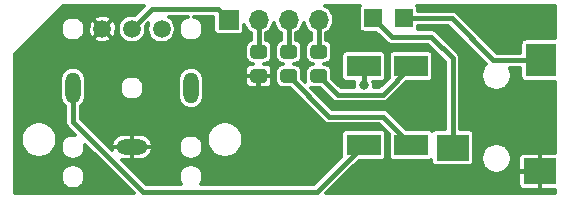
<source format=gbr>
%TF.GenerationSoftware,KiCad,Pcbnew,(5.1.6)-1*%
%TF.CreationDate,2024-02-19T11:36:57-05:00*%
%TF.ProjectId,GB-DMG-Pro-Headphone-PCB,47422d44-4d47-42d5-9072-6f2d48656164,0*%
%TF.SameCoordinates,Original*%
%TF.FileFunction,Copper,L1,Top*%
%TF.FilePolarity,Positive*%
%FSLAX46Y46*%
G04 Gerber Fmt 4.6, Leading zero omitted, Abs format (unit mm)*
G04 Created by KiCad (PCBNEW (5.1.6)-1) date 2024-02-19 11:36:57*
%MOMM*%
%LPD*%
G01*
G04 APERTURE LIST*
%TA.AperFunction,SMDPad,CuDef*%
%ADD10R,2.900000X1.800000*%
%TD*%
%TA.AperFunction,ComponentPad*%
%ADD11R,1.700000X1.700000*%
%TD*%
%TA.AperFunction,ComponentPad*%
%ADD12O,1.700000X1.700000*%
%TD*%
%TA.AperFunction,ComponentPad*%
%ADD13O,2.616000X1.308000*%
%TD*%
%TA.AperFunction,ComponentPad*%
%ADD14C,1.508000*%
%TD*%
%TA.AperFunction,ComponentPad*%
%ADD15O,1.308000X2.616000*%
%TD*%
%TA.AperFunction,SMDPad,CuDef*%
%ADD16R,2.800000X2.200000*%
%TD*%
%TA.AperFunction,SMDPad,CuDef*%
%ADD17R,2.600000X2.800000*%
%TD*%
%TA.AperFunction,ComponentPad*%
%ADD18R,1.500000X1.500000*%
%TD*%
%TA.AperFunction,ViaPad*%
%ADD19C,0.800000*%
%TD*%
%TA.AperFunction,Conductor*%
%ADD20C,0.400000*%
%TD*%
%TA.AperFunction,Conductor*%
%ADD21C,0.300000*%
%TD*%
G04 APERTURE END LIST*
D10*
%TO.P,C1,2*%
%TO.N,LEFT*%
X156972500Y-103060500D03*
%TO.P,C1,1*%
%TO.N,Net-(C1-Pad1)*%
X160972500Y-103060500D03*
%TD*%
%TO.P,C2,1*%
%TO.N,Net-(C2-Pad1)*%
X160972000Y-109728000D03*
%TO.P,C2,2*%
%TO.N,RIGHT*%
X156972000Y-109728000D03*
%TD*%
D11*
%TO.P,J1,1*%
%TO.N,DETECT*%
X145542000Y-99123500D03*
D12*
%TO.P,J1,2*%
%TO.N,Net-(J1-Pad2)*%
X148082000Y-99123500D03*
%TO.P,J1,3*%
%TO.N,Net-(J1-Pad3)*%
X150622000Y-99123500D03*
%TO.P,J1,4*%
%TO.N,Net-(J1-Pad4)*%
X153162000Y-99123500D03*
%TD*%
D13*
%TO.P,J2,1*%
%TO.N,GND*%
X137350500Y-109902000D03*
D14*
%TO.P,J2,4*%
X134850500Y-99902000D03*
%TO.P,J2,5*%
%TO.N,DETECT*%
X137350500Y-99902000D03*
%TO.P,J2,6*%
%TO.N,N/C*%
X139850500Y-99902000D03*
D15*
%TO.P,J2,2*%
%TO.N,LEFT*%
X142350500Y-104902000D03*
%TO.P,J2,3*%
%TO.N,RIGHT*%
X132350500Y-104902000D03*
%TD*%
%TO.P,L1,2*%
%TO.N,Net-(C1-Pad1)*%
%TA.AperFunction,SMDPad,CuDef*%
G36*
G01*
X152711999Y-103311000D02*
X153612001Y-103311000D01*
G75*
G02*
X153862000Y-103560999I0J-249999D01*
G01*
X153862000Y-104211001D01*
G75*
G02*
X153612001Y-104461000I-249999J0D01*
G01*
X152711999Y-104461000D01*
G75*
G02*
X152462000Y-104211001I0J249999D01*
G01*
X152462000Y-103560999D01*
G75*
G02*
X152711999Y-103311000I249999J0D01*
G01*
G37*
%TD.AperFunction*%
%TO.P,L1,1*%
%TO.N,Net-(J1-Pad4)*%
%TA.AperFunction,SMDPad,CuDef*%
G36*
G01*
X152711999Y-101261000D02*
X153612001Y-101261000D01*
G75*
G02*
X153862000Y-101510999I0J-249999D01*
G01*
X153862000Y-102161001D01*
G75*
G02*
X153612001Y-102411000I-249999J0D01*
G01*
X152711999Y-102411000D01*
G75*
G02*
X152462000Y-102161001I0J249999D01*
G01*
X152462000Y-101510999D01*
G75*
G02*
X152711999Y-101261000I249999J0D01*
G01*
G37*
%TD.AperFunction*%
%TD*%
%TO.P,L2,1*%
%TO.N,Net-(J1-Pad3)*%
%TA.AperFunction,SMDPad,CuDef*%
G36*
G01*
X150171999Y-101261000D02*
X151072001Y-101261000D01*
G75*
G02*
X151322000Y-101510999I0J-249999D01*
G01*
X151322000Y-102161001D01*
G75*
G02*
X151072001Y-102411000I-249999J0D01*
G01*
X150171999Y-102411000D01*
G75*
G02*
X149922000Y-102161001I0J249999D01*
G01*
X149922000Y-101510999D01*
G75*
G02*
X150171999Y-101261000I249999J0D01*
G01*
G37*
%TD.AperFunction*%
%TO.P,L2,2*%
%TO.N,Net-(C2-Pad1)*%
%TA.AperFunction,SMDPad,CuDef*%
G36*
G01*
X150171999Y-103311000D02*
X151072001Y-103311000D01*
G75*
G02*
X151322000Y-103560999I0J-249999D01*
G01*
X151322000Y-104211001D01*
G75*
G02*
X151072001Y-104461000I-249999J0D01*
G01*
X150171999Y-104461000D01*
G75*
G02*
X149922000Y-104211001I0J249999D01*
G01*
X149922000Y-103560999D01*
G75*
G02*
X150171999Y-103311000I249999J0D01*
G01*
G37*
%TD.AperFunction*%
%TD*%
%TO.P,L3,1*%
%TO.N,Net-(J1-Pad2)*%
%TA.AperFunction,SMDPad,CuDef*%
G36*
G01*
X147631999Y-101261000D02*
X148532001Y-101261000D01*
G75*
G02*
X148782000Y-101510999I0J-249999D01*
G01*
X148782000Y-102161001D01*
G75*
G02*
X148532001Y-102411000I-249999J0D01*
G01*
X147631999Y-102411000D01*
G75*
G02*
X147382000Y-102161001I0J249999D01*
G01*
X147382000Y-101510999D01*
G75*
G02*
X147631999Y-101261000I249999J0D01*
G01*
G37*
%TD.AperFunction*%
%TO.P,L3,2*%
%TO.N,GND*%
%TA.AperFunction,SMDPad,CuDef*%
G36*
G01*
X147631999Y-103311000D02*
X148532001Y-103311000D01*
G75*
G02*
X148782000Y-103560999I0J-249999D01*
G01*
X148782000Y-104211001D01*
G75*
G02*
X148532001Y-104461000I-249999J0D01*
G01*
X147631999Y-104461000D01*
G75*
G02*
X147382000Y-104211001I0J249999D01*
G01*
X147382000Y-103560999D01*
G75*
G02*
X147631999Y-103311000I249999J0D01*
G01*
G37*
%TD.AperFunction*%
%TD*%
D16*
%TO.P,J3,1*%
%TO.N,GND*%
X171894500Y-111950500D03*
D17*
%TO.P,J3,2*%
%TO.N,L_PRO*%
X171994500Y-102550500D03*
D16*
%TO.P,J3,3*%
%TO.N,R_PRO*%
X164494500Y-109950500D03*
%TD*%
D18*
%TO.P,J4,1*%
%TO.N,L_PRO*%
X160401000Y-98996500D03*
%TD*%
%TO.P,J5,1*%
%TO.N,R_PRO*%
X157734000Y-98996500D03*
%TD*%
D19*
%TO.N,LEFT*%
X156972000Y-104673500D03*
%TO.N,GND*%
X172529500Y-98488500D03*
X155067000Y-98933000D03*
X151892000Y-100393500D03*
%TD*%
D20*
%TO.N,LEFT*%
X156972000Y-103061000D02*
X156972500Y-103060500D01*
X156972000Y-104673500D02*
X156972000Y-103061000D01*
%TO.N,Net-(C1-Pad1)*%
X153162000Y-103886000D02*
X154749500Y-105473500D01*
X158559500Y-105473500D02*
X160972500Y-103060500D01*
X154749500Y-105473500D02*
X158559500Y-105473500D01*
%TO.N,Net-(C2-Pad1)*%
X158559000Y-107315000D02*
X160972000Y-109728000D01*
X150622000Y-103886000D02*
X154051000Y-107315000D01*
X154051000Y-107315000D02*
X158559000Y-107315000D01*
%TO.N,RIGHT*%
X153035000Y-113665000D02*
X156972000Y-109728000D01*
X138239500Y-113665000D02*
X153035000Y-113665000D01*
X132350500Y-104902000D02*
X132350500Y-107776000D01*
X132350500Y-107776000D02*
X138239500Y-113665000D01*
%TO.N,DETECT*%
X145542000Y-99123500D02*
X144653000Y-98234500D01*
X139018000Y-98234500D02*
X137350500Y-99902000D01*
X144653000Y-98234500D02*
X139018000Y-98234500D01*
%TO.N,Net-(J1-Pad2)*%
X148082000Y-99123500D02*
X148082000Y-101836000D01*
%TO.N,Net-(J1-Pad3)*%
X150622000Y-99123500D02*
X150622000Y-101836000D01*
%TO.N,Net-(J1-Pad4)*%
X153162000Y-99123500D02*
X153162000Y-101836000D01*
%TO.N,L_PRO*%
X167955500Y-102550500D02*
X171994500Y-102550500D01*
X160401000Y-98996500D02*
X164401500Y-98996500D01*
X164401500Y-98996500D02*
X167955500Y-102550500D01*
%TO.N,R_PRO*%
X157734000Y-98996500D02*
X159321500Y-100584000D01*
X159321500Y-100584000D02*
X162687000Y-100584000D01*
X164494500Y-102391500D02*
X164494500Y-109950500D01*
X162687000Y-100584000D02*
X164494500Y-102391500D01*
%TD*%
D21*
%TO.N,GND*%
G36*
X137607691Y-98725571D02*
G01*
X137469084Y-98698000D01*
X137231916Y-98698000D01*
X136999306Y-98744269D01*
X136780192Y-98835029D01*
X136582995Y-98966792D01*
X136415292Y-99134495D01*
X136283529Y-99331692D01*
X136192769Y-99550806D01*
X136146500Y-99783416D01*
X136146500Y-100020584D01*
X136192769Y-100253194D01*
X136283529Y-100472308D01*
X136415292Y-100669505D01*
X136582995Y-100837208D01*
X136780192Y-100968971D01*
X136999306Y-101059731D01*
X137231916Y-101106000D01*
X137469084Y-101106000D01*
X137701694Y-101059731D01*
X137920808Y-100968971D01*
X138118005Y-100837208D01*
X138285708Y-100669505D01*
X138417471Y-100472308D01*
X138508231Y-100253194D01*
X138554500Y-100020584D01*
X138554500Y-99783416D01*
X138526929Y-99644809D01*
X138743565Y-99428174D01*
X138692769Y-99550806D01*
X138646500Y-99783416D01*
X138646500Y-100020584D01*
X138692769Y-100253194D01*
X138783529Y-100472308D01*
X138915292Y-100669505D01*
X139082995Y-100837208D01*
X139280192Y-100968971D01*
X139499306Y-101059731D01*
X139731916Y-101106000D01*
X139969084Y-101106000D01*
X140201694Y-101059731D01*
X140420808Y-100968971D01*
X140618005Y-100837208D01*
X140785708Y-100669505D01*
X140917471Y-100472308D01*
X141008231Y-100253194D01*
X141054500Y-100020584D01*
X141054500Y-99783416D01*
X141008231Y-99550806D01*
X140917471Y-99331692D01*
X140785708Y-99134495D01*
X140618005Y-98966792D01*
X140494846Y-98884500D01*
X142083692Y-98884500D01*
X142044226Y-98892350D01*
X141853138Y-98971502D01*
X141681164Y-99086411D01*
X141534911Y-99232664D01*
X141420002Y-99404638D01*
X141340850Y-99595726D01*
X141300500Y-99798584D01*
X141300500Y-100005416D01*
X141340850Y-100208274D01*
X141420002Y-100399362D01*
X141534911Y-100571336D01*
X141681164Y-100717589D01*
X141853138Y-100832498D01*
X142044226Y-100911650D01*
X142247084Y-100952000D01*
X142453916Y-100952000D01*
X142656774Y-100911650D01*
X142847862Y-100832498D01*
X143019836Y-100717589D01*
X143166089Y-100571336D01*
X143280998Y-100399362D01*
X143360150Y-100208274D01*
X143400500Y-100005416D01*
X143400500Y-99798584D01*
X143360150Y-99595726D01*
X143280998Y-99404638D01*
X143166089Y-99232664D01*
X143019836Y-99086411D01*
X142847862Y-98971502D01*
X142656774Y-98892350D01*
X142617308Y-98884500D01*
X144239823Y-98884500D01*
X144239823Y-99973500D01*
X144248511Y-100061715D01*
X144274243Y-100146541D01*
X144316029Y-100224716D01*
X144372263Y-100293237D01*
X144440784Y-100349471D01*
X144518959Y-100391257D01*
X144603785Y-100416989D01*
X144692000Y-100425677D01*
X146392000Y-100425677D01*
X146480215Y-100416989D01*
X146565041Y-100391257D01*
X146643216Y-100349471D01*
X146711737Y-100293237D01*
X146767971Y-100224716D01*
X146809757Y-100146541D01*
X146835489Y-100061715D01*
X146844177Y-99973500D01*
X146844177Y-99532195D01*
X146929955Y-99739281D01*
X147072224Y-99952202D01*
X147253298Y-100133276D01*
X147432000Y-100252681D01*
X147432001Y-100841429D01*
X147363288Y-100862273D01*
X147241891Y-100927161D01*
X147135486Y-101014486D01*
X147048161Y-101120891D01*
X146983273Y-101242288D01*
X146943315Y-101374011D01*
X146929823Y-101510999D01*
X146929823Y-102161001D01*
X146943315Y-102297989D01*
X146983273Y-102429712D01*
X147048161Y-102551109D01*
X147135486Y-102657514D01*
X147241891Y-102744839D01*
X147363288Y-102809727D01*
X147495011Y-102849685D01*
X147596209Y-102859652D01*
X147382000Y-102858823D01*
X147293785Y-102867511D01*
X147208959Y-102893243D01*
X147130784Y-102935029D01*
X147062263Y-102991263D01*
X147006029Y-103059784D01*
X146964243Y-103137959D01*
X146938511Y-103222785D01*
X146929823Y-103311000D01*
X146932000Y-103748500D01*
X147044500Y-103861000D01*
X148057000Y-103861000D01*
X148057000Y-103841000D01*
X148107000Y-103841000D01*
X148107000Y-103861000D01*
X149119500Y-103861000D01*
X149232000Y-103748500D01*
X149234177Y-103311000D01*
X149225489Y-103222785D01*
X149199757Y-103137959D01*
X149157971Y-103059784D01*
X149101737Y-102991263D01*
X149033216Y-102935029D01*
X148955041Y-102893243D01*
X148870215Y-102867511D01*
X148782000Y-102858823D01*
X148567791Y-102859652D01*
X148668989Y-102849685D01*
X148800712Y-102809727D01*
X148922109Y-102744839D01*
X149028514Y-102657514D01*
X149115839Y-102551109D01*
X149180727Y-102429712D01*
X149220685Y-102297989D01*
X149234177Y-102161001D01*
X149234177Y-101510999D01*
X149220685Y-101374011D01*
X149180727Y-101242288D01*
X149115839Y-101120891D01*
X149028514Y-101014486D01*
X148922109Y-100927161D01*
X148800712Y-100862273D01*
X148732000Y-100841429D01*
X148732000Y-100252681D01*
X148910702Y-100133276D01*
X149091776Y-99952202D01*
X149234045Y-99739281D01*
X149332042Y-99502696D01*
X149352000Y-99402360D01*
X149371958Y-99502696D01*
X149469955Y-99739281D01*
X149612224Y-99952202D01*
X149793298Y-100133276D01*
X149972000Y-100252681D01*
X149972001Y-100841429D01*
X149903288Y-100862273D01*
X149781891Y-100927161D01*
X149675486Y-101014486D01*
X149588161Y-101120891D01*
X149523273Y-101242288D01*
X149483315Y-101374011D01*
X149469823Y-101510999D01*
X149469823Y-102161001D01*
X149483315Y-102297989D01*
X149523273Y-102429712D01*
X149588161Y-102551109D01*
X149675486Y-102657514D01*
X149781891Y-102744839D01*
X149903288Y-102809727D01*
X150035011Y-102849685D01*
X150149895Y-102861000D01*
X150035011Y-102872315D01*
X149903288Y-102912273D01*
X149781891Y-102977161D01*
X149675486Y-103064486D01*
X149588161Y-103170891D01*
X149523273Y-103292288D01*
X149483315Y-103424011D01*
X149469823Y-103560999D01*
X149469823Y-104211001D01*
X149483315Y-104347989D01*
X149523273Y-104479712D01*
X149588161Y-104601109D01*
X149675486Y-104707514D01*
X149781891Y-104794839D01*
X149903288Y-104859727D01*
X150035011Y-104899685D01*
X150171999Y-104913177D01*
X150729939Y-104913177D01*
X153568804Y-107752043D01*
X153589157Y-107776843D01*
X153613957Y-107797196D01*
X153613959Y-107797198D01*
X153627039Y-107807932D01*
X153688132Y-107858070D01*
X153801052Y-107918427D01*
X153923578Y-107955595D01*
X154019068Y-107965000D01*
X154019078Y-107965000D01*
X154050999Y-107968144D01*
X154082920Y-107965000D01*
X158289762Y-107965000D01*
X159077259Y-108752497D01*
X159069823Y-108828000D01*
X159069823Y-110628000D01*
X159078511Y-110716215D01*
X159104243Y-110801041D01*
X159146029Y-110879216D01*
X159202263Y-110947737D01*
X159270784Y-111003971D01*
X159348959Y-111045757D01*
X159433785Y-111071489D01*
X159522000Y-111080177D01*
X162422000Y-111080177D01*
X162510215Y-111071489D01*
X162595041Y-111045757D01*
X162642323Y-111020484D01*
X162642323Y-111050500D01*
X162651011Y-111138715D01*
X162676743Y-111223541D01*
X162718529Y-111301716D01*
X162774763Y-111370237D01*
X162843284Y-111426471D01*
X162921459Y-111468257D01*
X163006285Y-111493989D01*
X163094500Y-111502677D01*
X165894500Y-111502677D01*
X165982715Y-111493989D01*
X166067541Y-111468257D01*
X166145716Y-111426471D01*
X166214237Y-111370237D01*
X166270471Y-111301716D01*
X166312257Y-111223541D01*
X166337989Y-111138715D01*
X166346677Y-111050500D01*
X166346677Y-110722461D01*
X166894500Y-110722461D01*
X166894500Y-110978539D01*
X166944458Y-111229696D01*
X167042455Y-111466281D01*
X167184724Y-111679202D01*
X167365798Y-111860276D01*
X167578719Y-112002545D01*
X167815304Y-112100542D01*
X168066461Y-112150500D01*
X168322539Y-112150500D01*
X168573696Y-112100542D01*
X168810281Y-112002545D01*
X169023202Y-111860276D01*
X169204276Y-111679202D01*
X169346545Y-111466281D01*
X169444542Y-111229696D01*
X169494500Y-110978539D01*
X169494500Y-110850500D01*
X170042323Y-110850500D01*
X170044500Y-111813000D01*
X170157000Y-111925500D01*
X171869500Y-111925500D01*
X171869500Y-110513000D01*
X171757000Y-110400500D01*
X170494500Y-110398323D01*
X170406285Y-110407011D01*
X170321459Y-110432743D01*
X170243284Y-110474529D01*
X170174763Y-110530763D01*
X170118529Y-110599284D01*
X170076743Y-110677459D01*
X170051011Y-110762285D01*
X170042323Y-110850500D01*
X169494500Y-110850500D01*
X169494500Y-110722461D01*
X169444542Y-110471304D01*
X169346545Y-110234719D01*
X169204276Y-110021798D01*
X169023202Y-109840724D01*
X168810281Y-109698455D01*
X168573696Y-109600458D01*
X168322539Y-109550500D01*
X168066461Y-109550500D01*
X167815304Y-109600458D01*
X167578719Y-109698455D01*
X167365798Y-109840724D01*
X167184724Y-110021798D01*
X167042455Y-110234719D01*
X166944458Y-110471304D01*
X166894500Y-110722461D01*
X166346677Y-110722461D01*
X166346677Y-108850500D01*
X166337989Y-108762285D01*
X166312257Y-108677459D01*
X166270471Y-108599284D01*
X166214237Y-108530763D01*
X166145716Y-108474529D01*
X166067541Y-108432743D01*
X165982715Y-108407011D01*
X165894500Y-108398323D01*
X165144500Y-108398323D01*
X165144500Y-102423421D01*
X165147644Y-102391499D01*
X165144500Y-102359578D01*
X165144500Y-102359568D01*
X165135095Y-102264078D01*
X165097927Y-102141552D01*
X165060903Y-102072285D01*
X165037570Y-102028631D01*
X164976698Y-101954459D01*
X164976696Y-101954457D01*
X164956343Y-101929657D01*
X164931544Y-101909306D01*
X163169200Y-100146962D01*
X163148843Y-100122157D01*
X163049868Y-100040930D01*
X162936948Y-99980573D01*
X162814422Y-99943405D01*
X162718932Y-99934000D01*
X162718921Y-99934000D01*
X162687000Y-99930856D01*
X162655079Y-99934000D01*
X161561028Y-99934000D01*
X161568757Y-99919541D01*
X161594489Y-99834715D01*
X161603177Y-99746500D01*
X161603177Y-99646500D01*
X164132262Y-99646500D01*
X167346142Y-102860380D01*
X167184724Y-103021798D01*
X167042455Y-103234719D01*
X166944458Y-103471304D01*
X166894500Y-103722461D01*
X166894500Y-103978539D01*
X166944458Y-104229696D01*
X167042455Y-104466281D01*
X167184724Y-104679202D01*
X167365798Y-104860276D01*
X167578719Y-105002545D01*
X167815304Y-105100542D01*
X168066461Y-105150500D01*
X168322539Y-105150500D01*
X168573696Y-105100542D01*
X168810281Y-105002545D01*
X169023202Y-104860276D01*
X169204276Y-104679202D01*
X169346545Y-104466281D01*
X169444542Y-104229696D01*
X169494500Y-103978539D01*
X169494500Y-103722461D01*
X169444542Y-103471304D01*
X169346545Y-103234719D01*
X169323681Y-103200500D01*
X170242323Y-103200500D01*
X170242323Y-103950500D01*
X170251011Y-104038715D01*
X170276743Y-104123541D01*
X170318529Y-104201716D01*
X170374763Y-104270237D01*
X170443284Y-104326471D01*
X170521459Y-104368257D01*
X170606285Y-104393989D01*
X170694500Y-104402677D01*
X173197501Y-104402677D01*
X173197500Y-110398490D01*
X172032000Y-110400500D01*
X171919500Y-110513000D01*
X171919500Y-111925500D01*
X171939500Y-111925500D01*
X171939500Y-111975500D01*
X171919500Y-111975500D01*
X171919500Y-113388000D01*
X172032000Y-113500500D01*
X173197500Y-113502510D01*
X173197500Y-113825000D01*
X153794238Y-113825000D01*
X154568738Y-113050500D01*
X170042323Y-113050500D01*
X170051011Y-113138715D01*
X170076743Y-113223541D01*
X170118529Y-113301716D01*
X170174763Y-113370237D01*
X170243284Y-113426471D01*
X170321459Y-113468257D01*
X170406285Y-113493989D01*
X170494500Y-113502677D01*
X171757000Y-113500500D01*
X171869500Y-113388000D01*
X171869500Y-111975500D01*
X170157000Y-111975500D01*
X170044500Y-112088000D01*
X170042323Y-113050500D01*
X154568738Y-113050500D01*
X156539061Y-111080177D01*
X158422000Y-111080177D01*
X158510215Y-111071489D01*
X158595041Y-111045757D01*
X158673216Y-111003971D01*
X158741737Y-110947737D01*
X158797971Y-110879216D01*
X158839757Y-110801041D01*
X158865489Y-110716215D01*
X158874177Y-110628000D01*
X158874177Y-108828000D01*
X158865489Y-108739785D01*
X158839757Y-108654959D01*
X158797971Y-108576784D01*
X158741737Y-108508263D01*
X158673216Y-108452029D01*
X158595041Y-108410243D01*
X158510215Y-108384511D01*
X158422000Y-108375823D01*
X155522000Y-108375823D01*
X155433785Y-108384511D01*
X155348959Y-108410243D01*
X155270784Y-108452029D01*
X155202263Y-108508263D01*
X155146029Y-108576784D01*
X155104243Y-108654959D01*
X155078511Y-108739785D01*
X155069823Y-108828000D01*
X155069823Y-110628000D01*
X155077259Y-110703503D01*
X152765762Y-113015000D01*
X143203731Y-113015000D01*
X143280998Y-112899362D01*
X143360150Y-112708274D01*
X143400500Y-112505416D01*
X143400500Y-112298584D01*
X143360150Y-112095726D01*
X143280998Y-111904638D01*
X143166089Y-111732664D01*
X143019836Y-111586411D01*
X142847862Y-111471502D01*
X142656774Y-111392350D01*
X142453916Y-111352000D01*
X142247084Y-111352000D01*
X142044226Y-111392350D01*
X141853138Y-111471502D01*
X141681164Y-111586411D01*
X141534911Y-111732664D01*
X141420002Y-111904638D01*
X141340850Y-112095726D01*
X141300500Y-112298584D01*
X141300500Y-112505416D01*
X141340850Y-112708274D01*
X141420002Y-112899362D01*
X141497269Y-113015000D01*
X138508738Y-113015000D01*
X136476004Y-110982266D01*
X136671500Y-111006000D01*
X137325500Y-111006000D01*
X137325500Y-109927000D01*
X137375500Y-109927000D01*
X137375500Y-111006000D01*
X138029500Y-111006000D01*
X138244399Y-110979910D01*
X138450079Y-110912396D01*
X138638636Y-110806053D01*
X138802823Y-110664968D01*
X138936331Y-110494563D01*
X139034029Y-110301386D01*
X139090718Y-110099352D01*
X138995685Y-109927000D01*
X137375500Y-109927000D01*
X137325500Y-109927000D01*
X135705315Y-109927000D01*
X135610282Y-110099352D01*
X135616987Y-110123249D01*
X135198386Y-109704648D01*
X135610282Y-109704648D01*
X135705315Y-109877000D01*
X137325500Y-109877000D01*
X137325500Y-108798000D01*
X137375500Y-108798000D01*
X137375500Y-109877000D01*
X138995685Y-109877000D01*
X139038922Y-109798584D01*
X141300500Y-109798584D01*
X141300500Y-110005416D01*
X141340850Y-110208274D01*
X141420002Y-110399362D01*
X141534911Y-110571336D01*
X141681164Y-110717589D01*
X141853138Y-110832498D01*
X142044226Y-110911650D01*
X142247084Y-110952000D01*
X142453916Y-110952000D01*
X142656774Y-110911650D01*
X142847862Y-110832498D01*
X143019836Y-110717589D01*
X143166089Y-110571336D01*
X143280998Y-110399362D01*
X143360150Y-110208274D01*
X143400500Y-110005416D01*
X143400500Y-109798584D01*
X143360150Y-109595726D01*
X143280998Y-109404638D01*
X143166089Y-109232664D01*
X143064263Y-109130838D01*
X143674500Y-109130838D01*
X143674500Y-109436162D01*
X143734065Y-109735618D01*
X143850908Y-110017700D01*
X144020536Y-110271568D01*
X144236432Y-110487464D01*
X144490300Y-110657092D01*
X144772382Y-110773935D01*
X145071838Y-110833500D01*
X145377162Y-110833500D01*
X145676618Y-110773935D01*
X145958700Y-110657092D01*
X146212568Y-110487464D01*
X146428464Y-110271568D01*
X146598092Y-110017700D01*
X146714935Y-109735618D01*
X146774500Y-109436162D01*
X146774500Y-109130838D01*
X146714935Y-108831382D01*
X146598092Y-108549300D01*
X146428464Y-108295432D01*
X146212568Y-108079536D01*
X145958700Y-107909908D01*
X145676618Y-107793065D01*
X145377162Y-107733500D01*
X145071838Y-107733500D01*
X144772382Y-107793065D01*
X144490300Y-107909908D01*
X144236432Y-108079536D01*
X144020536Y-108295432D01*
X143850908Y-108549300D01*
X143734065Y-108831382D01*
X143674500Y-109130838D01*
X143064263Y-109130838D01*
X143019836Y-109086411D01*
X142847862Y-108971502D01*
X142656774Y-108892350D01*
X142453916Y-108852000D01*
X142247084Y-108852000D01*
X142044226Y-108892350D01*
X141853138Y-108971502D01*
X141681164Y-109086411D01*
X141534911Y-109232664D01*
X141420002Y-109404638D01*
X141340850Y-109595726D01*
X141300500Y-109798584D01*
X139038922Y-109798584D01*
X139090718Y-109704648D01*
X139034029Y-109502614D01*
X138936331Y-109309437D01*
X138802823Y-109139032D01*
X138638636Y-108997947D01*
X138450079Y-108891604D01*
X138244399Y-108824090D01*
X138029500Y-108798000D01*
X137375500Y-108798000D01*
X137325500Y-108798000D01*
X136671500Y-108798000D01*
X136456601Y-108824090D01*
X136250921Y-108891604D01*
X136062364Y-108997947D01*
X135898177Y-109139032D01*
X135764669Y-109309437D01*
X135666971Y-109502614D01*
X135610282Y-109704648D01*
X135198386Y-109704648D01*
X133000500Y-107506762D01*
X133000500Y-106450740D01*
X133134923Y-106340423D01*
X133272883Y-106172317D01*
X133375397Y-105980526D01*
X133438525Y-105772422D01*
X133454500Y-105610227D01*
X133454500Y-104798584D01*
X136300500Y-104798584D01*
X136300500Y-105005416D01*
X136340850Y-105208274D01*
X136420002Y-105399362D01*
X136534911Y-105571336D01*
X136681164Y-105717589D01*
X136853138Y-105832498D01*
X137044226Y-105911650D01*
X137247084Y-105952000D01*
X137453916Y-105952000D01*
X137656774Y-105911650D01*
X137847862Y-105832498D01*
X138019836Y-105717589D01*
X138166089Y-105571336D01*
X138280998Y-105399362D01*
X138360150Y-105208274D01*
X138400500Y-105005416D01*
X138400500Y-104798584D01*
X138360150Y-104595726D01*
X138280998Y-104404638D01*
X138166089Y-104232664D01*
X138127199Y-104193774D01*
X141246500Y-104193774D01*
X141246500Y-105610227D01*
X141262475Y-105772422D01*
X141325604Y-105980526D01*
X141428118Y-106172317D01*
X141566078Y-106340423D01*
X141734184Y-106478383D01*
X141925975Y-106580897D01*
X142134079Y-106644025D01*
X142350500Y-106665341D01*
X142566922Y-106644025D01*
X142775026Y-106580897D01*
X142966817Y-106478383D01*
X143134923Y-106340423D01*
X143272883Y-106172317D01*
X143375397Y-105980526D01*
X143438525Y-105772422D01*
X143454500Y-105610227D01*
X143454500Y-104461000D01*
X146929823Y-104461000D01*
X146938511Y-104549215D01*
X146964243Y-104634041D01*
X147006029Y-104712216D01*
X147062263Y-104780737D01*
X147130784Y-104836971D01*
X147208959Y-104878757D01*
X147293785Y-104904489D01*
X147382000Y-104913177D01*
X147944500Y-104911000D01*
X148057000Y-104798500D01*
X148057000Y-103911000D01*
X148107000Y-103911000D01*
X148107000Y-104798500D01*
X148219500Y-104911000D01*
X148782000Y-104913177D01*
X148870215Y-104904489D01*
X148955041Y-104878757D01*
X149033216Y-104836971D01*
X149101737Y-104780737D01*
X149157971Y-104712216D01*
X149199757Y-104634041D01*
X149225489Y-104549215D01*
X149234177Y-104461000D01*
X149232000Y-104023500D01*
X149119500Y-103911000D01*
X148107000Y-103911000D01*
X148057000Y-103911000D01*
X147044500Y-103911000D01*
X146932000Y-104023500D01*
X146929823Y-104461000D01*
X143454500Y-104461000D01*
X143454500Y-104193773D01*
X143438525Y-104031578D01*
X143375397Y-103823474D01*
X143272883Y-103631683D01*
X143134923Y-103463577D01*
X142966817Y-103325617D01*
X142775025Y-103223103D01*
X142566921Y-103159975D01*
X142350500Y-103138659D01*
X142134078Y-103159975D01*
X141925974Y-103223103D01*
X141734183Y-103325617D01*
X141566077Y-103463577D01*
X141428117Y-103631683D01*
X141325603Y-103823475D01*
X141262475Y-104031579D01*
X141246500Y-104193774D01*
X138127199Y-104193774D01*
X138019836Y-104086411D01*
X137847862Y-103971502D01*
X137656774Y-103892350D01*
X137453916Y-103852000D01*
X137247084Y-103852000D01*
X137044226Y-103892350D01*
X136853138Y-103971502D01*
X136681164Y-104086411D01*
X136534911Y-104232664D01*
X136420002Y-104404638D01*
X136340850Y-104595726D01*
X136300500Y-104798584D01*
X133454500Y-104798584D01*
X133454500Y-104193773D01*
X133438525Y-104031578D01*
X133375397Y-103823474D01*
X133272883Y-103631683D01*
X133134923Y-103463577D01*
X132966817Y-103325617D01*
X132775025Y-103223103D01*
X132566921Y-103159975D01*
X132350500Y-103138659D01*
X132134078Y-103159975D01*
X131925974Y-103223103D01*
X131734183Y-103325617D01*
X131566077Y-103463577D01*
X131428117Y-103631683D01*
X131325603Y-103823475D01*
X131262475Y-104031579D01*
X131246500Y-104193774D01*
X131246500Y-105610227D01*
X131262475Y-105772422D01*
X131325604Y-105980526D01*
X131428118Y-106172317D01*
X131566078Y-106340423D01*
X131700501Y-106450740D01*
X131700501Y-107744069D01*
X131697356Y-107776000D01*
X131709906Y-107903422D01*
X131747073Y-108025947D01*
X131807430Y-108138868D01*
X131868302Y-108213040D01*
X131868305Y-108213043D01*
X131888658Y-108237843D01*
X131913458Y-108258196D01*
X132520508Y-108865246D01*
X132453916Y-108852000D01*
X132247084Y-108852000D01*
X132044226Y-108892350D01*
X131853138Y-108971502D01*
X131681164Y-109086411D01*
X131534911Y-109232664D01*
X131420002Y-109404638D01*
X131340850Y-109595726D01*
X131300500Y-109798584D01*
X131300500Y-110005416D01*
X131340850Y-110208274D01*
X131420002Y-110399362D01*
X131534911Y-110571336D01*
X131681164Y-110717589D01*
X131853138Y-110832498D01*
X132044226Y-110911650D01*
X132247084Y-110952000D01*
X132453916Y-110952000D01*
X132656774Y-110911650D01*
X132847862Y-110832498D01*
X133019836Y-110717589D01*
X133166089Y-110571336D01*
X133280998Y-110399362D01*
X133360150Y-110208274D01*
X133400500Y-110005416D01*
X133400500Y-109798584D01*
X133387254Y-109731992D01*
X137480262Y-113825000D01*
X127475000Y-113825000D01*
X127475000Y-112298584D01*
X131300500Y-112298584D01*
X131300500Y-112505416D01*
X131340850Y-112708274D01*
X131420002Y-112899362D01*
X131534911Y-113071336D01*
X131681164Y-113217589D01*
X131853138Y-113332498D01*
X132044226Y-113411650D01*
X132247084Y-113452000D01*
X132453916Y-113452000D01*
X132656774Y-113411650D01*
X132847862Y-113332498D01*
X133019836Y-113217589D01*
X133166089Y-113071336D01*
X133280998Y-112899362D01*
X133360150Y-112708274D01*
X133400500Y-112505416D01*
X133400500Y-112298584D01*
X133360150Y-112095726D01*
X133280998Y-111904638D01*
X133166089Y-111732664D01*
X133019836Y-111586411D01*
X132847862Y-111471502D01*
X132656774Y-111392350D01*
X132453916Y-111352000D01*
X132247084Y-111352000D01*
X132044226Y-111392350D01*
X131853138Y-111471502D01*
X131681164Y-111586411D01*
X131534911Y-111732664D01*
X131420002Y-111904638D01*
X131340850Y-112095726D01*
X131300500Y-112298584D01*
X127475000Y-112298584D01*
X127475000Y-109130838D01*
X127926500Y-109130838D01*
X127926500Y-109436162D01*
X127986065Y-109735618D01*
X128102908Y-110017700D01*
X128272536Y-110271568D01*
X128488432Y-110487464D01*
X128742300Y-110657092D01*
X129024382Y-110773935D01*
X129323838Y-110833500D01*
X129629162Y-110833500D01*
X129928618Y-110773935D01*
X130210700Y-110657092D01*
X130464568Y-110487464D01*
X130680464Y-110271568D01*
X130850092Y-110017700D01*
X130966935Y-109735618D01*
X131026500Y-109436162D01*
X131026500Y-109130838D01*
X130966935Y-108831382D01*
X130850092Y-108549300D01*
X130680464Y-108295432D01*
X130464568Y-108079536D01*
X130210700Y-107909908D01*
X129928618Y-107793065D01*
X129629162Y-107733500D01*
X129323838Y-107733500D01*
X129024382Y-107793065D01*
X128742300Y-107909908D01*
X128488432Y-108079536D01*
X128272536Y-108295432D01*
X128102908Y-108549300D01*
X127986065Y-108831382D01*
X127926500Y-109130838D01*
X127475000Y-109130838D01*
X127475000Y-101987250D01*
X129663666Y-99798584D01*
X131300500Y-99798584D01*
X131300500Y-100005416D01*
X131340850Y-100208274D01*
X131420002Y-100399362D01*
X131534911Y-100571336D01*
X131681164Y-100717589D01*
X131853138Y-100832498D01*
X132044226Y-100911650D01*
X132247084Y-100952000D01*
X132453916Y-100952000D01*
X132656774Y-100911650D01*
X132847862Y-100832498D01*
X133019836Y-100717589D01*
X133042022Y-100695403D01*
X134092453Y-100695403D01*
X134159759Y-100895255D01*
X134366806Y-101010927D01*
X134592442Y-101083983D01*
X134827994Y-101111616D01*
X135064411Y-101092765D01*
X135292608Y-101028153D01*
X135503814Y-100920263D01*
X135541241Y-100895255D01*
X135608547Y-100695403D01*
X134850500Y-99937355D01*
X134092453Y-100695403D01*
X133042022Y-100695403D01*
X133166089Y-100571336D01*
X133280998Y-100399362D01*
X133360150Y-100208274D01*
X133400500Y-100005416D01*
X133400500Y-99879494D01*
X133640884Y-99879494D01*
X133659735Y-100115911D01*
X133724347Y-100344108D01*
X133832237Y-100555314D01*
X133857245Y-100592741D01*
X134057097Y-100660047D01*
X134815145Y-99902000D01*
X134885855Y-99902000D01*
X135643903Y-100660047D01*
X135843755Y-100592741D01*
X135959427Y-100385694D01*
X136032483Y-100160058D01*
X136060116Y-99924506D01*
X136041265Y-99688089D01*
X135976653Y-99459892D01*
X135868763Y-99248686D01*
X135843755Y-99211259D01*
X135643903Y-99143953D01*
X134885855Y-99902000D01*
X134815145Y-99902000D01*
X134057097Y-99143953D01*
X133857245Y-99211259D01*
X133741573Y-99418306D01*
X133668517Y-99643942D01*
X133640884Y-99879494D01*
X133400500Y-99879494D01*
X133400500Y-99798584D01*
X133360150Y-99595726D01*
X133280998Y-99404638D01*
X133166089Y-99232664D01*
X133042022Y-99108597D01*
X134092453Y-99108597D01*
X134850500Y-99866645D01*
X135608547Y-99108597D01*
X135541241Y-98908745D01*
X135334194Y-98793073D01*
X135108558Y-98720017D01*
X134873006Y-98692384D01*
X134636589Y-98711235D01*
X134408392Y-98775847D01*
X134197186Y-98883737D01*
X134159759Y-98908745D01*
X134092453Y-99108597D01*
X133042022Y-99108597D01*
X133019836Y-99086411D01*
X132847862Y-98971502D01*
X132656774Y-98892350D01*
X132453916Y-98852000D01*
X132247084Y-98852000D01*
X132044226Y-98892350D01*
X131853138Y-98971502D01*
X131681164Y-99086411D01*
X131534911Y-99232664D01*
X131420002Y-99404638D01*
X131340850Y-99595726D01*
X131300500Y-99798584D01*
X129663666Y-99798584D01*
X131514751Y-97947500D01*
X138385761Y-97947500D01*
X137607691Y-98725571D01*
G37*
X137607691Y-98725571D02*
X137469084Y-98698000D01*
X137231916Y-98698000D01*
X136999306Y-98744269D01*
X136780192Y-98835029D01*
X136582995Y-98966792D01*
X136415292Y-99134495D01*
X136283529Y-99331692D01*
X136192769Y-99550806D01*
X136146500Y-99783416D01*
X136146500Y-100020584D01*
X136192769Y-100253194D01*
X136283529Y-100472308D01*
X136415292Y-100669505D01*
X136582995Y-100837208D01*
X136780192Y-100968971D01*
X136999306Y-101059731D01*
X137231916Y-101106000D01*
X137469084Y-101106000D01*
X137701694Y-101059731D01*
X137920808Y-100968971D01*
X138118005Y-100837208D01*
X138285708Y-100669505D01*
X138417471Y-100472308D01*
X138508231Y-100253194D01*
X138554500Y-100020584D01*
X138554500Y-99783416D01*
X138526929Y-99644809D01*
X138743565Y-99428174D01*
X138692769Y-99550806D01*
X138646500Y-99783416D01*
X138646500Y-100020584D01*
X138692769Y-100253194D01*
X138783529Y-100472308D01*
X138915292Y-100669505D01*
X139082995Y-100837208D01*
X139280192Y-100968971D01*
X139499306Y-101059731D01*
X139731916Y-101106000D01*
X139969084Y-101106000D01*
X140201694Y-101059731D01*
X140420808Y-100968971D01*
X140618005Y-100837208D01*
X140785708Y-100669505D01*
X140917471Y-100472308D01*
X141008231Y-100253194D01*
X141054500Y-100020584D01*
X141054500Y-99783416D01*
X141008231Y-99550806D01*
X140917471Y-99331692D01*
X140785708Y-99134495D01*
X140618005Y-98966792D01*
X140494846Y-98884500D01*
X142083692Y-98884500D01*
X142044226Y-98892350D01*
X141853138Y-98971502D01*
X141681164Y-99086411D01*
X141534911Y-99232664D01*
X141420002Y-99404638D01*
X141340850Y-99595726D01*
X141300500Y-99798584D01*
X141300500Y-100005416D01*
X141340850Y-100208274D01*
X141420002Y-100399362D01*
X141534911Y-100571336D01*
X141681164Y-100717589D01*
X141853138Y-100832498D01*
X142044226Y-100911650D01*
X142247084Y-100952000D01*
X142453916Y-100952000D01*
X142656774Y-100911650D01*
X142847862Y-100832498D01*
X143019836Y-100717589D01*
X143166089Y-100571336D01*
X143280998Y-100399362D01*
X143360150Y-100208274D01*
X143400500Y-100005416D01*
X143400500Y-99798584D01*
X143360150Y-99595726D01*
X143280998Y-99404638D01*
X143166089Y-99232664D01*
X143019836Y-99086411D01*
X142847862Y-98971502D01*
X142656774Y-98892350D01*
X142617308Y-98884500D01*
X144239823Y-98884500D01*
X144239823Y-99973500D01*
X144248511Y-100061715D01*
X144274243Y-100146541D01*
X144316029Y-100224716D01*
X144372263Y-100293237D01*
X144440784Y-100349471D01*
X144518959Y-100391257D01*
X144603785Y-100416989D01*
X144692000Y-100425677D01*
X146392000Y-100425677D01*
X146480215Y-100416989D01*
X146565041Y-100391257D01*
X146643216Y-100349471D01*
X146711737Y-100293237D01*
X146767971Y-100224716D01*
X146809757Y-100146541D01*
X146835489Y-100061715D01*
X146844177Y-99973500D01*
X146844177Y-99532195D01*
X146929955Y-99739281D01*
X147072224Y-99952202D01*
X147253298Y-100133276D01*
X147432000Y-100252681D01*
X147432001Y-100841429D01*
X147363288Y-100862273D01*
X147241891Y-100927161D01*
X147135486Y-101014486D01*
X147048161Y-101120891D01*
X146983273Y-101242288D01*
X146943315Y-101374011D01*
X146929823Y-101510999D01*
X146929823Y-102161001D01*
X146943315Y-102297989D01*
X146983273Y-102429712D01*
X147048161Y-102551109D01*
X147135486Y-102657514D01*
X147241891Y-102744839D01*
X147363288Y-102809727D01*
X147495011Y-102849685D01*
X147596209Y-102859652D01*
X147382000Y-102858823D01*
X147293785Y-102867511D01*
X147208959Y-102893243D01*
X147130784Y-102935029D01*
X147062263Y-102991263D01*
X147006029Y-103059784D01*
X146964243Y-103137959D01*
X146938511Y-103222785D01*
X146929823Y-103311000D01*
X146932000Y-103748500D01*
X147044500Y-103861000D01*
X148057000Y-103861000D01*
X148057000Y-103841000D01*
X148107000Y-103841000D01*
X148107000Y-103861000D01*
X149119500Y-103861000D01*
X149232000Y-103748500D01*
X149234177Y-103311000D01*
X149225489Y-103222785D01*
X149199757Y-103137959D01*
X149157971Y-103059784D01*
X149101737Y-102991263D01*
X149033216Y-102935029D01*
X148955041Y-102893243D01*
X148870215Y-102867511D01*
X148782000Y-102858823D01*
X148567791Y-102859652D01*
X148668989Y-102849685D01*
X148800712Y-102809727D01*
X148922109Y-102744839D01*
X149028514Y-102657514D01*
X149115839Y-102551109D01*
X149180727Y-102429712D01*
X149220685Y-102297989D01*
X149234177Y-102161001D01*
X149234177Y-101510999D01*
X149220685Y-101374011D01*
X149180727Y-101242288D01*
X149115839Y-101120891D01*
X149028514Y-101014486D01*
X148922109Y-100927161D01*
X148800712Y-100862273D01*
X148732000Y-100841429D01*
X148732000Y-100252681D01*
X148910702Y-100133276D01*
X149091776Y-99952202D01*
X149234045Y-99739281D01*
X149332042Y-99502696D01*
X149352000Y-99402360D01*
X149371958Y-99502696D01*
X149469955Y-99739281D01*
X149612224Y-99952202D01*
X149793298Y-100133276D01*
X149972000Y-100252681D01*
X149972001Y-100841429D01*
X149903288Y-100862273D01*
X149781891Y-100927161D01*
X149675486Y-101014486D01*
X149588161Y-101120891D01*
X149523273Y-101242288D01*
X149483315Y-101374011D01*
X149469823Y-101510999D01*
X149469823Y-102161001D01*
X149483315Y-102297989D01*
X149523273Y-102429712D01*
X149588161Y-102551109D01*
X149675486Y-102657514D01*
X149781891Y-102744839D01*
X149903288Y-102809727D01*
X150035011Y-102849685D01*
X150149895Y-102861000D01*
X150035011Y-102872315D01*
X149903288Y-102912273D01*
X149781891Y-102977161D01*
X149675486Y-103064486D01*
X149588161Y-103170891D01*
X149523273Y-103292288D01*
X149483315Y-103424011D01*
X149469823Y-103560999D01*
X149469823Y-104211001D01*
X149483315Y-104347989D01*
X149523273Y-104479712D01*
X149588161Y-104601109D01*
X149675486Y-104707514D01*
X149781891Y-104794839D01*
X149903288Y-104859727D01*
X150035011Y-104899685D01*
X150171999Y-104913177D01*
X150729939Y-104913177D01*
X153568804Y-107752043D01*
X153589157Y-107776843D01*
X153613957Y-107797196D01*
X153613959Y-107797198D01*
X153627039Y-107807932D01*
X153688132Y-107858070D01*
X153801052Y-107918427D01*
X153923578Y-107955595D01*
X154019068Y-107965000D01*
X154019078Y-107965000D01*
X154050999Y-107968144D01*
X154082920Y-107965000D01*
X158289762Y-107965000D01*
X159077259Y-108752497D01*
X159069823Y-108828000D01*
X159069823Y-110628000D01*
X159078511Y-110716215D01*
X159104243Y-110801041D01*
X159146029Y-110879216D01*
X159202263Y-110947737D01*
X159270784Y-111003971D01*
X159348959Y-111045757D01*
X159433785Y-111071489D01*
X159522000Y-111080177D01*
X162422000Y-111080177D01*
X162510215Y-111071489D01*
X162595041Y-111045757D01*
X162642323Y-111020484D01*
X162642323Y-111050500D01*
X162651011Y-111138715D01*
X162676743Y-111223541D01*
X162718529Y-111301716D01*
X162774763Y-111370237D01*
X162843284Y-111426471D01*
X162921459Y-111468257D01*
X163006285Y-111493989D01*
X163094500Y-111502677D01*
X165894500Y-111502677D01*
X165982715Y-111493989D01*
X166067541Y-111468257D01*
X166145716Y-111426471D01*
X166214237Y-111370237D01*
X166270471Y-111301716D01*
X166312257Y-111223541D01*
X166337989Y-111138715D01*
X166346677Y-111050500D01*
X166346677Y-110722461D01*
X166894500Y-110722461D01*
X166894500Y-110978539D01*
X166944458Y-111229696D01*
X167042455Y-111466281D01*
X167184724Y-111679202D01*
X167365798Y-111860276D01*
X167578719Y-112002545D01*
X167815304Y-112100542D01*
X168066461Y-112150500D01*
X168322539Y-112150500D01*
X168573696Y-112100542D01*
X168810281Y-112002545D01*
X169023202Y-111860276D01*
X169204276Y-111679202D01*
X169346545Y-111466281D01*
X169444542Y-111229696D01*
X169494500Y-110978539D01*
X169494500Y-110850500D01*
X170042323Y-110850500D01*
X170044500Y-111813000D01*
X170157000Y-111925500D01*
X171869500Y-111925500D01*
X171869500Y-110513000D01*
X171757000Y-110400500D01*
X170494500Y-110398323D01*
X170406285Y-110407011D01*
X170321459Y-110432743D01*
X170243284Y-110474529D01*
X170174763Y-110530763D01*
X170118529Y-110599284D01*
X170076743Y-110677459D01*
X170051011Y-110762285D01*
X170042323Y-110850500D01*
X169494500Y-110850500D01*
X169494500Y-110722461D01*
X169444542Y-110471304D01*
X169346545Y-110234719D01*
X169204276Y-110021798D01*
X169023202Y-109840724D01*
X168810281Y-109698455D01*
X168573696Y-109600458D01*
X168322539Y-109550500D01*
X168066461Y-109550500D01*
X167815304Y-109600458D01*
X167578719Y-109698455D01*
X167365798Y-109840724D01*
X167184724Y-110021798D01*
X167042455Y-110234719D01*
X166944458Y-110471304D01*
X166894500Y-110722461D01*
X166346677Y-110722461D01*
X166346677Y-108850500D01*
X166337989Y-108762285D01*
X166312257Y-108677459D01*
X166270471Y-108599284D01*
X166214237Y-108530763D01*
X166145716Y-108474529D01*
X166067541Y-108432743D01*
X165982715Y-108407011D01*
X165894500Y-108398323D01*
X165144500Y-108398323D01*
X165144500Y-102423421D01*
X165147644Y-102391499D01*
X165144500Y-102359578D01*
X165144500Y-102359568D01*
X165135095Y-102264078D01*
X165097927Y-102141552D01*
X165060903Y-102072285D01*
X165037570Y-102028631D01*
X164976698Y-101954459D01*
X164976696Y-101954457D01*
X164956343Y-101929657D01*
X164931544Y-101909306D01*
X163169200Y-100146962D01*
X163148843Y-100122157D01*
X163049868Y-100040930D01*
X162936948Y-99980573D01*
X162814422Y-99943405D01*
X162718932Y-99934000D01*
X162718921Y-99934000D01*
X162687000Y-99930856D01*
X162655079Y-99934000D01*
X161561028Y-99934000D01*
X161568757Y-99919541D01*
X161594489Y-99834715D01*
X161603177Y-99746500D01*
X161603177Y-99646500D01*
X164132262Y-99646500D01*
X167346142Y-102860380D01*
X167184724Y-103021798D01*
X167042455Y-103234719D01*
X166944458Y-103471304D01*
X166894500Y-103722461D01*
X166894500Y-103978539D01*
X166944458Y-104229696D01*
X167042455Y-104466281D01*
X167184724Y-104679202D01*
X167365798Y-104860276D01*
X167578719Y-105002545D01*
X167815304Y-105100542D01*
X168066461Y-105150500D01*
X168322539Y-105150500D01*
X168573696Y-105100542D01*
X168810281Y-105002545D01*
X169023202Y-104860276D01*
X169204276Y-104679202D01*
X169346545Y-104466281D01*
X169444542Y-104229696D01*
X169494500Y-103978539D01*
X169494500Y-103722461D01*
X169444542Y-103471304D01*
X169346545Y-103234719D01*
X169323681Y-103200500D01*
X170242323Y-103200500D01*
X170242323Y-103950500D01*
X170251011Y-104038715D01*
X170276743Y-104123541D01*
X170318529Y-104201716D01*
X170374763Y-104270237D01*
X170443284Y-104326471D01*
X170521459Y-104368257D01*
X170606285Y-104393989D01*
X170694500Y-104402677D01*
X173197501Y-104402677D01*
X173197500Y-110398490D01*
X172032000Y-110400500D01*
X171919500Y-110513000D01*
X171919500Y-111925500D01*
X171939500Y-111925500D01*
X171939500Y-111975500D01*
X171919500Y-111975500D01*
X171919500Y-113388000D01*
X172032000Y-113500500D01*
X173197500Y-113502510D01*
X173197500Y-113825000D01*
X153794238Y-113825000D01*
X154568738Y-113050500D01*
X170042323Y-113050500D01*
X170051011Y-113138715D01*
X170076743Y-113223541D01*
X170118529Y-113301716D01*
X170174763Y-113370237D01*
X170243284Y-113426471D01*
X170321459Y-113468257D01*
X170406285Y-113493989D01*
X170494500Y-113502677D01*
X171757000Y-113500500D01*
X171869500Y-113388000D01*
X171869500Y-111975500D01*
X170157000Y-111975500D01*
X170044500Y-112088000D01*
X170042323Y-113050500D01*
X154568738Y-113050500D01*
X156539061Y-111080177D01*
X158422000Y-111080177D01*
X158510215Y-111071489D01*
X158595041Y-111045757D01*
X158673216Y-111003971D01*
X158741737Y-110947737D01*
X158797971Y-110879216D01*
X158839757Y-110801041D01*
X158865489Y-110716215D01*
X158874177Y-110628000D01*
X158874177Y-108828000D01*
X158865489Y-108739785D01*
X158839757Y-108654959D01*
X158797971Y-108576784D01*
X158741737Y-108508263D01*
X158673216Y-108452029D01*
X158595041Y-108410243D01*
X158510215Y-108384511D01*
X158422000Y-108375823D01*
X155522000Y-108375823D01*
X155433785Y-108384511D01*
X155348959Y-108410243D01*
X155270784Y-108452029D01*
X155202263Y-108508263D01*
X155146029Y-108576784D01*
X155104243Y-108654959D01*
X155078511Y-108739785D01*
X155069823Y-108828000D01*
X155069823Y-110628000D01*
X155077259Y-110703503D01*
X152765762Y-113015000D01*
X143203731Y-113015000D01*
X143280998Y-112899362D01*
X143360150Y-112708274D01*
X143400500Y-112505416D01*
X143400500Y-112298584D01*
X143360150Y-112095726D01*
X143280998Y-111904638D01*
X143166089Y-111732664D01*
X143019836Y-111586411D01*
X142847862Y-111471502D01*
X142656774Y-111392350D01*
X142453916Y-111352000D01*
X142247084Y-111352000D01*
X142044226Y-111392350D01*
X141853138Y-111471502D01*
X141681164Y-111586411D01*
X141534911Y-111732664D01*
X141420002Y-111904638D01*
X141340850Y-112095726D01*
X141300500Y-112298584D01*
X141300500Y-112505416D01*
X141340850Y-112708274D01*
X141420002Y-112899362D01*
X141497269Y-113015000D01*
X138508738Y-113015000D01*
X136476004Y-110982266D01*
X136671500Y-111006000D01*
X137325500Y-111006000D01*
X137325500Y-109927000D01*
X137375500Y-109927000D01*
X137375500Y-111006000D01*
X138029500Y-111006000D01*
X138244399Y-110979910D01*
X138450079Y-110912396D01*
X138638636Y-110806053D01*
X138802823Y-110664968D01*
X138936331Y-110494563D01*
X139034029Y-110301386D01*
X139090718Y-110099352D01*
X138995685Y-109927000D01*
X137375500Y-109927000D01*
X137325500Y-109927000D01*
X135705315Y-109927000D01*
X135610282Y-110099352D01*
X135616987Y-110123249D01*
X135198386Y-109704648D01*
X135610282Y-109704648D01*
X135705315Y-109877000D01*
X137325500Y-109877000D01*
X137325500Y-108798000D01*
X137375500Y-108798000D01*
X137375500Y-109877000D01*
X138995685Y-109877000D01*
X139038922Y-109798584D01*
X141300500Y-109798584D01*
X141300500Y-110005416D01*
X141340850Y-110208274D01*
X141420002Y-110399362D01*
X141534911Y-110571336D01*
X141681164Y-110717589D01*
X141853138Y-110832498D01*
X142044226Y-110911650D01*
X142247084Y-110952000D01*
X142453916Y-110952000D01*
X142656774Y-110911650D01*
X142847862Y-110832498D01*
X143019836Y-110717589D01*
X143166089Y-110571336D01*
X143280998Y-110399362D01*
X143360150Y-110208274D01*
X143400500Y-110005416D01*
X143400500Y-109798584D01*
X143360150Y-109595726D01*
X143280998Y-109404638D01*
X143166089Y-109232664D01*
X143064263Y-109130838D01*
X143674500Y-109130838D01*
X143674500Y-109436162D01*
X143734065Y-109735618D01*
X143850908Y-110017700D01*
X144020536Y-110271568D01*
X144236432Y-110487464D01*
X144490300Y-110657092D01*
X144772382Y-110773935D01*
X145071838Y-110833500D01*
X145377162Y-110833500D01*
X145676618Y-110773935D01*
X145958700Y-110657092D01*
X146212568Y-110487464D01*
X146428464Y-110271568D01*
X146598092Y-110017700D01*
X146714935Y-109735618D01*
X146774500Y-109436162D01*
X146774500Y-109130838D01*
X146714935Y-108831382D01*
X146598092Y-108549300D01*
X146428464Y-108295432D01*
X146212568Y-108079536D01*
X145958700Y-107909908D01*
X145676618Y-107793065D01*
X145377162Y-107733500D01*
X145071838Y-107733500D01*
X144772382Y-107793065D01*
X144490300Y-107909908D01*
X144236432Y-108079536D01*
X144020536Y-108295432D01*
X143850908Y-108549300D01*
X143734065Y-108831382D01*
X143674500Y-109130838D01*
X143064263Y-109130838D01*
X143019836Y-109086411D01*
X142847862Y-108971502D01*
X142656774Y-108892350D01*
X142453916Y-108852000D01*
X142247084Y-108852000D01*
X142044226Y-108892350D01*
X141853138Y-108971502D01*
X141681164Y-109086411D01*
X141534911Y-109232664D01*
X141420002Y-109404638D01*
X141340850Y-109595726D01*
X141300500Y-109798584D01*
X139038922Y-109798584D01*
X139090718Y-109704648D01*
X139034029Y-109502614D01*
X138936331Y-109309437D01*
X138802823Y-109139032D01*
X138638636Y-108997947D01*
X138450079Y-108891604D01*
X138244399Y-108824090D01*
X138029500Y-108798000D01*
X137375500Y-108798000D01*
X137325500Y-108798000D01*
X136671500Y-108798000D01*
X136456601Y-108824090D01*
X136250921Y-108891604D01*
X136062364Y-108997947D01*
X135898177Y-109139032D01*
X135764669Y-109309437D01*
X135666971Y-109502614D01*
X135610282Y-109704648D01*
X135198386Y-109704648D01*
X133000500Y-107506762D01*
X133000500Y-106450740D01*
X133134923Y-106340423D01*
X133272883Y-106172317D01*
X133375397Y-105980526D01*
X133438525Y-105772422D01*
X133454500Y-105610227D01*
X133454500Y-104798584D01*
X136300500Y-104798584D01*
X136300500Y-105005416D01*
X136340850Y-105208274D01*
X136420002Y-105399362D01*
X136534911Y-105571336D01*
X136681164Y-105717589D01*
X136853138Y-105832498D01*
X137044226Y-105911650D01*
X137247084Y-105952000D01*
X137453916Y-105952000D01*
X137656774Y-105911650D01*
X137847862Y-105832498D01*
X138019836Y-105717589D01*
X138166089Y-105571336D01*
X138280998Y-105399362D01*
X138360150Y-105208274D01*
X138400500Y-105005416D01*
X138400500Y-104798584D01*
X138360150Y-104595726D01*
X138280998Y-104404638D01*
X138166089Y-104232664D01*
X138127199Y-104193774D01*
X141246500Y-104193774D01*
X141246500Y-105610227D01*
X141262475Y-105772422D01*
X141325604Y-105980526D01*
X141428118Y-106172317D01*
X141566078Y-106340423D01*
X141734184Y-106478383D01*
X141925975Y-106580897D01*
X142134079Y-106644025D01*
X142350500Y-106665341D01*
X142566922Y-106644025D01*
X142775026Y-106580897D01*
X142966817Y-106478383D01*
X143134923Y-106340423D01*
X143272883Y-106172317D01*
X143375397Y-105980526D01*
X143438525Y-105772422D01*
X143454500Y-105610227D01*
X143454500Y-104461000D01*
X146929823Y-104461000D01*
X146938511Y-104549215D01*
X146964243Y-104634041D01*
X147006029Y-104712216D01*
X147062263Y-104780737D01*
X147130784Y-104836971D01*
X147208959Y-104878757D01*
X147293785Y-104904489D01*
X147382000Y-104913177D01*
X147944500Y-104911000D01*
X148057000Y-104798500D01*
X148057000Y-103911000D01*
X148107000Y-103911000D01*
X148107000Y-104798500D01*
X148219500Y-104911000D01*
X148782000Y-104913177D01*
X148870215Y-104904489D01*
X148955041Y-104878757D01*
X149033216Y-104836971D01*
X149101737Y-104780737D01*
X149157971Y-104712216D01*
X149199757Y-104634041D01*
X149225489Y-104549215D01*
X149234177Y-104461000D01*
X149232000Y-104023500D01*
X149119500Y-103911000D01*
X148107000Y-103911000D01*
X148057000Y-103911000D01*
X147044500Y-103911000D01*
X146932000Y-104023500D01*
X146929823Y-104461000D01*
X143454500Y-104461000D01*
X143454500Y-104193773D01*
X143438525Y-104031578D01*
X143375397Y-103823474D01*
X143272883Y-103631683D01*
X143134923Y-103463577D01*
X142966817Y-103325617D01*
X142775025Y-103223103D01*
X142566921Y-103159975D01*
X142350500Y-103138659D01*
X142134078Y-103159975D01*
X141925974Y-103223103D01*
X141734183Y-103325617D01*
X141566077Y-103463577D01*
X141428117Y-103631683D01*
X141325603Y-103823475D01*
X141262475Y-104031579D01*
X141246500Y-104193774D01*
X138127199Y-104193774D01*
X138019836Y-104086411D01*
X137847862Y-103971502D01*
X137656774Y-103892350D01*
X137453916Y-103852000D01*
X137247084Y-103852000D01*
X137044226Y-103892350D01*
X136853138Y-103971502D01*
X136681164Y-104086411D01*
X136534911Y-104232664D01*
X136420002Y-104404638D01*
X136340850Y-104595726D01*
X136300500Y-104798584D01*
X133454500Y-104798584D01*
X133454500Y-104193773D01*
X133438525Y-104031578D01*
X133375397Y-103823474D01*
X133272883Y-103631683D01*
X133134923Y-103463577D01*
X132966817Y-103325617D01*
X132775025Y-103223103D01*
X132566921Y-103159975D01*
X132350500Y-103138659D01*
X132134078Y-103159975D01*
X131925974Y-103223103D01*
X131734183Y-103325617D01*
X131566077Y-103463577D01*
X131428117Y-103631683D01*
X131325603Y-103823475D01*
X131262475Y-104031579D01*
X131246500Y-104193774D01*
X131246500Y-105610227D01*
X131262475Y-105772422D01*
X131325604Y-105980526D01*
X131428118Y-106172317D01*
X131566078Y-106340423D01*
X131700501Y-106450740D01*
X131700501Y-107744069D01*
X131697356Y-107776000D01*
X131709906Y-107903422D01*
X131747073Y-108025947D01*
X131807430Y-108138868D01*
X131868302Y-108213040D01*
X131868305Y-108213043D01*
X131888658Y-108237843D01*
X131913458Y-108258196D01*
X132520508Y-108865246D01*
X132453916Y-108852000D01*
X132247084Y-108852000D01*
X132044226Y-108892350D01*
X131853138Y-108971502D01*
X131681164Y-109086411D01*
X131534911Y-109232664D01*
X131420002Y-109404638D01*
X131340850Y-109595726D01*
X131300500Y-109798584D01*
X131300500Y-110005416D01*
X131340850Y-110208274D01*
X131420002Y-110399362D01*
X131534911Y-110571336D01*
X131681164Y-110717589D01*
X131853138Y-110832498D01*
X132044226Y-110911650D01*
X132247084Y-110952000D01*
X132453916Y-110952000D01*
X132656774Y-110911650D01*
X132847862Y-110832498D01*
X133019836Y-110717589D01*
X133166089Y-110571336D01*
X133280998Y-110399362D01*
X133360150Y-110208274D01*
X133400500Y-110005416D01*
X133400500Y-109798584D01*
X133387254Y-109731992D01*
X137480262Y-113825000D01*
X127475000Y-113825000D01*
X127475000Y-112298584D01*
X131300500Y-112298584D01*
X131300500Y-112505416D01*
X131340850Y-112708274D01*
X131420002Y-112899362D01*
X131534911Y-113071336D01*
X131681164Y-113217589D01*
X131853138Y-113332498D01*
X132044226Y-113411650D01*
X132247084Y-113452000D01*
X132453916Y-113452000D01*
X132656774Y-113411650D01*
X132847862Y-113332498D01*
X133019836Y-113217589D01*
X133166089Y-113071336D01*
X133280998Y-112899362D01*
X133360150Y-112708274D01*
X133400500Y-112505416D01*
X133400500Y-112298584D01*
X133360150Y-112095726D01*
X133280998Y-111904638D01*
X133166089Y-111732664D01*
X133019836Y-111586411D01*
X132847862Y-111471502D01*
X132656774Y-111392350D01*
X132453916Y-111352000D01*
X132247084Y-111352000D01*
X132044226Y-111392350D01*
X131853138Y-111471502D01*
X131681164Y-111586411D01*
X131534911Y-111732664D01*
X131420002Y-111904638D01*
X131340850Y-112095726D01*
X131300500Y-112298584D01*
X127475000Y-112298584D01*
X127475000Y-109130838D01*
X127926500Y-109130838D01*
X127926500Y-109436162D01*
X127986065Y-109735618D01*
X128102908Y-110017700D01*
X128272536Y-110271568D01*
X128488432Y-110487464D01*
X128742300Y-110657092D01*
X129024382Y-110773935D01*
X129323838Y-110833500D01*
X129629162Y-110833500D01*
X129928618Y-110773935D01*
X130210700Y-110657092D01*
X130464568Y-110487464D01*
X130680464Y-110271568D01*
X130850092Y-110017700D01*
X130966935Y-109735618D01*
X131026500Y-109436162D01*
X131026500Y-109130838D01*
X130966935Y-108831382D01*
X130850092Y-108549300D01*
X130680464Y-108295432D01*
X130464568Y-108079536D01*
X130210700Y-107909908D01*
X129928618Y-107793065D01*
X129629162Y-107733500D01*
X129323838Y-107733500D01*
X129024382Y-107793065D01*
X128742300Y-107909908D01*
X128488432Y-108079536D01*
X128272536Y-108295432D01*
X128102908Y-108549300D01*
X127986065Y-108831382D01*
X127926500Y-109130838D01*
X127475000Y-109130838D01*
X127475000Y-101987250D01*
X129663666Y-99798584D01*
X131300500Y-99798584D01*
X131300500Y-100005416D01*
X131340850Y-100208274D01*
X131420002Y-100399362D01*
X131534911Y-100571336D01*
X131681164Y-100717589D01*
X131853138Y-100832498D01*
X132044226Y-100911650D01*
X132247084Y-100952000D01*
X132453916Y-100952000D01*
X132656774Y-100911650D01*
X132847862Y-100832498D01*
X133019836Y-100717589D01*
X133042022Y-100695403D01*
X134092453Y-100695403D01*
X134159759Y-100895255D01*
X134366806Y-101010927D01*
X134592442Y-101083983D01*
X134827994Y-101111616D01*
X135064411Y-101092765D01*
X135292608Y-101028153D01*
X135503814Y-100920263D01*
X135541241Y-100895255D01*
X135608547Y-100695403D01*
X134850500Y-99937355D01*
X134092453Y-100695403D01*
X133042022Y-100695403D01*
X133166089Y-100571336D01*
X133280998Y-100399362D01*
X133360150Y-100208274D01*
X133400500Y-100005416D01*
X133400500Y-99879494D01*
X133640884Y-99879494D01*
X133659735Y-100115911D01*
X133724347Y-100344108D01*
X133832237Y-100555314D01*
X133857245Y-100592741D01*
X134057097Y-100660047D01*
X134815145Y-99902000D01*
X134885855Y-99902000D01*
X135643903Y-100660047D01*
X135843755Y-100592741D01*
X135959427Y-100385694D01*
X136032483Y-100160058D01*
X136060116Y-99924506D01*
X136041265Y-99688089D01*
X135976653Y-99459892D01*
X135868763Y-99248686D01*
X135843755Y-99211259D01*
X135643903Y-99143953D01*
X134885855Y-99902000D01*
X134815145Y-99902000D01*
X134057097Y-99143953D01*
X133857245Y-99211259D01*
X133741573Y-99418306D01*
X133668517Y-99643942D01*
X133640884Y-99879494D01*
X133400500Y-99879494D01*
X133400500Y-99798584D01*
X133360150Y-99595726D01*
X133280998Y-99404638D01*
X133166089Y-99232664D01*
X133042022Y-99108597D01*
X134092453Y-99108597D01*
X134850500Y-99866645D01*
X135608547Y-99108597D01*
X135541241Y-98908745D01*
X135334194Y-98793073D01*
X135108558Y-98720017D01*
X134873006Y-98692384D01*
X134636589Y-98711235D01*
X134408392Y-98775847D01*
X134197186Y-98883737D01*
X134159759Y-98908745D01*
X134092453Y-99108597D01*
X133042022Y-99108597D01*
X133019836Y-99086411D01*
X132847862Y-98971502D01*
X132656774Y-98892350D01*
X132453916Y-98852000D01*
X132247084Y-98852000D01*
X132044226Y-98892350D01*
X131853138Y-98971502D01*
X131681164Y-99086411D01*
X131534911Y-99232664D01*
X131420002Y-99404638D01*
X131340850Y-99595726D01*
X131300500Y-99798584D01*
X129663666Y-99798584D01*
X131514751Y-97947500D01*
X138385761Y-97947500D01*
X137607691Y-98725571D01*
G36*
X156608029Y-97995284D02*
G01*
X156566243Y-98073459D01*
X156540511Y-98158285D01*
X156531823Y-98246500D01*
X156531823Y-99746500D01*
X156540511Y-99834715D01*
X156566243Y-99919541D01*
X156608029Y-99997716D01*
X156664263Y-100066237D01*
X156732784Y-100122471D01*
X156810959Y-100164257D01*
X156895785Y-100189989D01*
X156984000Y-100198677D01*
X158016939Y-100198677D01*
X158839304Y-101021043D01*
X158859657Y-101045843D01*
X158884457Y-101066196D01*
X158884459Y-101066198D01*
X158958631Y-101127070D01*
X159002466Y-101150500D01*
X159071552Y-101187427D01*
X159194078Y-101224595D01*
X159289568Y-101234000D01*
X159289578Y-101234000D01*
X159321499Y-101237144D01*
X159353421Y-101234000D01*
X162417762Y-101234000D01*
X163844500Y-102660739D01*
X163844501Y-108398323D01*
X163094500Y-108398323D01*
X163006285Y-108407011D01*
X162921459Y-108432743D01*
X162843284Y-108474529D01*
X162774763Y-108530763D01*
X162767483Y-108539634D01*
X162741737Y-108508263D01*
X162673216Y-108452029D01*
X162595041Y-108410243D01*
X162510215Y-108384511D01*
X162422000Y-108375823D01*
X160539062Y-108375823D01*
X159041200Y-106877962D01*
X159020843Y-106853157D01*
X158921868Y-106771930D01*
X158808948Y-106711573D01*
X158686422Y-106674405D01*
X158590932Y-106665000D01*
X158590921Y-106665000D01*
X158559000Y-106661856D01*
X158527079Y-106665000D01*
X154320239Y-106665000D01*
X152546177Y-104890938D01*
X152575011Y-104899685D01*
X152711999Y-104913177D01*
X153269939Y-104913177D01*
X154267304Y-105910543D01*
X154287657Y-105935343D01*
X154312457Y-105955696D01*
X154312459Y-105955698D01*
X154386631Y-106016570D01*
X154499552Y-106076927D01*
X154622078Y-106114095D01*
X154717568Y-106123500D01*
X154717578Y-106123500D01*
X154749499Y-106126644D01*
X154781421Y-106123500D01*
X158527579Y-106123500D01*
X158559500Y-106126644D01*
X158591421Y-106123500D01*
X158591432Y-106123500D01*
X158686922Y-106114095D01*
X158809448Y-106076927D01*
X158922368Y-106016570D01*
X159021343Y-105935343D01*
X159041700Y-105910538D01*
X160539562Y-104412677D01*
X162422500Y-104412677D01*
X162510715Y-104403989D01*
X162595541Y-104378257D01*
X162673716Y-104336471D01*
X162742237Y-104280237D01*
X162798471Y-104211716D01*
X162840257Y-104133541D01*
X162865989Y-104048715D01*
X162874677Y-103960500D01*
X162874677Y-102160500D01*
X162865989Y-102072285D01*
X162840257Y-101987459D01*
X162798471Y-101909284D01*
X162742237Y-101840763D01*
X162673716Y-101784529D01*
X162595541Y-101742743D01*
X162510715Y-101717011D01*
X162422500Y-101708323D01*
X159522500Y-101708323D01*
X159434285Y-101717011D01*
X159349459Y-101742743D01*
X159271284Y-101784529D01*
X159202763Y-101840763D01*
X159146529Y-101909284D01*
X159104743Y-101987459D01*
X159079011Y-102072285D01*
X159070323Y-102160500D01*
X159070323Y-103960500D01*
X159077759Y-104036003D01*
X158290262Y-104823500D01*
X157808816Y-104823500D01*
X157822000Y-104757218D01*
X157822000Y-104589782D01*
X157789335Y-104425564D01*
X157783997Y-104412677D01*
X158422500Y-104412677D01*
X158510715Y-104403989D01*
X158595541Y-104378257D01*
X158673716Y-104336471D01*
X158742237Y-104280237D01*
X158798471Y-104211716D01*
X158840257Y-104133541D01*
X158865989Y-104048715D01*
X158874677Y-103960500D01*
X158874677Y-102160500D01*
X158865989Y-102072285D01*
X158840257Y-101987459D01*
X158798471Y-101909284D01*
X158742237Y-101840763D01*
X158673716Y-101784529D01*
X158595541Y-101742743D01*
X158510715Y-101717011D01*
X158422500Y-101708323D01*
X155522500Y-101708323D01*
X155434285Y-101717011D01*
X155349459Y-101742743D01*
X155271284Y-101784529D01*
X155202763Y-101840763D01*
X155146529Y-101909284D01*
X155104743Y-101987459D01*
X155079011Y-102072285D01*
X155070323Y-102160500D01*
X155070323Y-103960500D01*
X155079011Y-104048715D01*
X155104743Y-104133541D01*
X155146529Y-104211716D01*
X155202763Y-104280237D01*
X155271284Y-104336471D01*
X155349459Y-104378257D01*
X155434285Y-104403989D01*
X155522500Y-104412677D01*
X156160003Y-104412677D01*
X156154665Y-104425564D01*
X156122000Y-104589782D01*
X156122000Y-104757218D01*
X156135184Y-104823500D01*
X155018739Y-104823500D01*
X154314177Y-104118939D01*
X154314177Y-103560999D01*
X154300685Y-103424011D01*
X154260727Y-103292288D01*
X154195839Y-103170891D01*
X154108514Y-103064486D01*
X154002109Y-102977161D01*
X153880712Y-102912273D01*
X153748989Y-102872315D01*
X153634105Y-102861000D01*
X153748989Y-102849685D01*
X153880712Y-102809727D01*
X154002109Y-102744839D01*
X154108514Y-102657514D01*
X154195839Y-102551109D01*
X154260727Y-102429712D01*
X154300685Y-102297989D01*
X154314177Y-102161001D01*
X154314177Y-101510999D01*
X154300685Y-101374011D01*
X154260727Y-101242288D01*
X154195839Y-101120891D01*
X154108514Y-101014486D01*
X154002109Y-100927161D01*
X153880712Y-100862273D01*
X153812000Y-100841429D01*
X153812000Y-100252681D01*
X153990702Y-100133276D01*
X154171776Y-99952202D01*
X154314045Y-99739281D01*
X154412042Y-99502696D01*
X154462000Y-99251539D01*
X154462000Y-98995461D01*
X154412042Y-98744304D01*
X154314045Y-98507719D01*
X154171776Y-98294798D01*
X153990702Y-98113724D01*
X153777781Y-97971455D01*
X153719949Y-97947500D01*
X156647245Y-97947500D01*
X156608029Y-97995284D01*
G37*
X156608029Y-97995284D02*
X156566243Y-98073459D01*
X156540511Y-98158285D01*
X156531823Y-98246500D01*
X156531823Y-99746500D01*
X156540511Y-99834715D01*
X156566243Y-99919541D01*
X156608029Y-99997716D01*
X156664263Y-100066237D01*
X156732784Y-100122471D01*
X156810959Y-100164257D01*
X156895785Y-100189989D01*
X156984000Y-100198677D01*
X158016939Y-100198677D01*
X158839304Y-101021043D01*
X158859657Y-101045843D01*
X158884457Y-101066196D01*
X158884459Y-101066198D01*
X158958631Y-101127070D01*
X159002466Y-101150500D01*
X159071552Y-101187427D01*
X159194078Y-101224595D01*
X159289568Y-101234000D01*
X159289578Y-101234000D01*
X159321499Y-101237144D01*
X159353421Y-101234000D01*
X162417762Y-101234000D01*
X163844500Y-102660739D01*
X163844501Y-108398323D01*
X163094500Y-108398323D01*
X163006285Y-108407011D01*
X162921459Y-108432743D01*
X162843284Y-108474529D01*
X162774763Y-108530763D01*
X162767483Y-108539634D01*
X162741737Y-108508263D01*
X162673216Y-108452029D01*
X162595041Y-108410243D01*
X162510215Y-108384511D01*
X162422000Y-108375823D01*
X160539062Y-108375823D01*
X159041200Y-106877962D01*
X159020843Y-106853157D01*
X158921868Y-106771930D01*
X158808948Y-106711573D01*
X158686422Y-106674405D01*
X158590932Y-106665000D01*
X158590921Y-106665000D01*
X158559000Y-106661856D01*
X158527079Y-106665000D01*
X154320239Y-106665000D01*
X152546177Y-104890938D01*
X152575011Y-104899685D01*
X152711999Y-104913177D01*
X153269939Y-104913177D01*
X154267304Y-105910543D01*
X154287657Y-105935343D01*
X154312457Y-105955696D01*
X154312459Y-105955698D01*
X154386631Y-106016570D01*
X154499552Y-106076927D01*
X154622078Y-106114095D01*
X154717568Y-106123500D01*
X154717578Y-106123500D01*
X154749499Y-106126644D01*
X154781421Y-106123500D01*
X158527579Y-106123500D01*
X158559500Y-106126644D01*
X158591421Y-106123500D01*
X158591432Y-106123500D01*
X158686922Y-106114095D01*
X158809448Y-106076927D01*
X158922368Y-106016570D01*
X159021343Y-105935343D01*
X159041700Y-105910538D01*
X160539562Y-104412677D01*
X162422500Y-104412677D01*
X162510715Y-104403989D01*
X162595541Y-104378257D01*
X162673716Y-104336471D01*
X162742237Y-104280237D01*
X162798471Y-104211716D01*
X162840257Y-104133541D01*
X162865989Y-104048715D01*
X162874677Y-103960500D01*
X162874677Y-102160500D01*
X162865989Y-102072285D01*
X162840257Y-101987459D01*
X162798471Y-101909284D01*
X162742237Y-101840763D01*
X162673716Y-101784529D01*
X162595541Y-101742743D01*
X162510715Y-101717011D01*
X162422500Y-101708323D01*
X159522500Y-101708323D01*
X159434285Y-101717011D01*
X159349459Y-101742743D01*
X159271284Y-101784529D01*
X159202763Y-101840763D01*
X159146529Y-101909284D01*
X159104743Y-101987459D01*
X159079011Y-102072285D01*
X159070323Y-102160500D01*
X159070323Y-103960500D01*
X159077759Y-104036003D01*
X158290262Y-104823500D01*
X157808816Y-104823500D01*
X157822000Y-104757218D01*
X157822000Y-104589782D01*
X157789335Y-104425564D01*
X157783997Y-104412677D01*
X158422500Y-104412677D01*
X158510715Y-104403989D01*
X158595541Y-104378257D01*
X158673716Y-104336471D01*
X158742237Y-104280237D01*
X158798471Y-104211716D01*
X158840257Y-104133541D01*
X158865989Y-104048715D01*
X158874677Y-103960500D01*
X158874677Y-102160500D01*
X158865989Y-102072285D01*
X158840257Y-101987459D01*
X158798471Y-101909284D01*
X158742237Y-101840763D01*
X158673716Y-101784529D01*
X158595541Y-101742743D01*
X158510715Y-101717011D01*
X158422500Y-101708323D01*
X155522500Y-101708323D01*
X155434285Y-101717011D01*
X155349459Y-101742743D01*
X155271284Y-101784529D01*
X155202763Y-101840763D01*
X155146529Y-101909284D01*
X155104743Y-101987459D01*
X155079011Y-102072285D01*
X155070323Y-102160500D01*
X155070323Y-103960500D01*
X155079011Y-104048715D01*
X155104743Y-104133541D01*
X155146529Y-104211716D01*
X155202763Y-104280237D01*
X155271284Y-104336471D01*
X155349459Y-104378257D01*
X155434285Y-104403989D01*
X155522500Y-104412677D01*
X156160003Y-104412677D01*
X156154665Y-104425564D01*
X156122000Y-104589782D01*
X156122000Y-104757218D01*
X156135184Y-104823500D01*
X155018739Y-104823500D01*
X154314177Y-104118939D01*
X154314177Y-103560999D01*
X154300685Y-103424011D01*
X154260727Y-103292288D01*
X154195839Y-103170891D01*
X154108514Y-103064486D01*
X154002109Y-102977161D01*
X153880712Y-102912273D01*
X153748989Y-102872315D01*
X153634105Y-102861000D01*
X153748989Y-102849685D01*
X153880712Y-102809727D01*
X154002109Y-102744839D01*
X154108514Y-102657514D01*
X154195839Y-102551109D01*
X154260727Y-102429712D01*
X154300685Y-102297989D01*
X154314177Y-102161001D01*
X154314177Y-101510999D01*
X154300685Y-101374011D01*
X154260727Y-101242288D01*
X154195839Y-101120891D01*
X154108514Y-101014486D01*
X154002109Y-100927161D01*
X153880712Y-100862273D01*
X153812000Y-100841429D01*
X153812000Y-100252681D01*
X153990702Y-100133276D01*
X154171776Y-99952202D01*
X154314045Y-99739281D01*
X154412042Y-99502696D01*
X154462000Y-99251539D01*
X154462000Y-98995461D01*
X154412042Y-98744304D01*
X154314045Y-98507719D01*
X154171776Y-98294798D01*
X153990702Y-98113724D01*
X153777781Y-97971455D01*
X153719949Y-97947500D01*
X156647245Y-97947500D01*
X156608029Y-97995284D01*
G36*
X151911958Y-99502696D02*
G01*
X152009955Y-99739281D01*
X152152224Y-99952202D01*
X152333298Y-100133276D01*
X152512000Y-100252681D01*
X152512001Y-100841429D01*
X152443288Y-100862273D01*
X152321891Y-100927161D01*
X152215486Y-101014486D01*
X152128161Y-101120891D01*
X152063273Y-101242288D01*
X152023315Y-101374011D01*
X152009823Y-101510999D01*
X152009823Y-102161001D01*
X152023315Y-102297989D01*
X152063273Y-102429712D01*
X152128161Y-102551109D01*
X152215486Y-102657514D01*
X152321891Y-102744839D01*
X152443288Y-102809727D01*
X152575011Y-102849685D01*
X152689895Y-102861000D01*
X152575011Y-102872315D01*
X152443288Y-102912273D01*
X152321891Y-102977161D01*
X152215486Y-103064486D01*
X152128161Y-103170891D01*
X152063273Y-103292288D01*
X152023315Y-103424011D01*
X152009823Y-103560999D01*
X152009823Y-104211001D01*
X152023315Y-104347989D01*
X152032062Y-104376824D01*
X151774177Y-104118939D01*
X151774177Y-103560999D01*
X151760685Y-103424011D01*
X151720727Y-103292288D01*
X151655839Y-103170891D01*
X151568514Y-103064486D01*
X151462109Y-102977161D01*
X151340712Y-102912273D01*
X151208989Y-102872315D01*
X151094105Y-102861000D01*
X151208989Y-102849685D01*
X151340712Y-102809727D01*
X151462109Y-102744839D01*
X151568514Y-102657514D01*
X151655839Y-102551109D01*
X151720727Y-102429712D01*
X151760685Y-102297989D01*
X151774177Y-102161001D01*
X151774177Y-101510999D01*
X151760685Y-101374011D01*
X151720727Y-101242288D01*
X151655839Y-101120891D01*
X151568514Y-101014486D01*
X151462109Y-100927161D01*
X151340712Y-100862273D01*
X151272000Y-100841429D01*
X151272000Y-100252681D01*
X151450702Y-100133276D01*
X151631776Y-99952202D01*
X151774045Y-99739281D01*
X151872042Y-99502696D01*
X151892000Y-99402360D01*
X151911958Y-99502696D01*
G37*
X151911958Y-99502696D02*
X152009955Y-99739281D01*
X152152224Y-99952202D01*
X152333298Y-100133276D01*
X152512000Y-100252681D01*
X152512001Y-100841429D01*
X152443288Y-100862273D01*
X152321891Y-100927161D01*
X152215486Y-101014486D01*
X152128161Y-101120891D01*
X152063273Y-101242288D01*
X152023315Y-101374011D01*
X152009823Y-101510999D01*
X152009823Y-102161001D01*
X152023315Y-102297989D01*
X152063273Y-102429712D01*
X152128161Y-102551109D01*
X152215486Y-102657514D01*
X152321891Y-102744839D01*
X152443288Y-102809727D01*
X152575011Y-102849685D01*
X152689895Y-102861000D01*
X152575011Y-102872315D01*
X152443288Y-102912273D01*
X152321891Y-102977161D01*
X152215486Y-103064486D01*
X152128161Y-103170891D01*
X152063273Y-103292288D01*
X152023315Y-103424011D01*
X152009823Y-103560999D01*
X152009823Y-104211001D01*
X152023315Y-104347989D01*
X152032062Y-104376824D01*
X151774177Y-104118939D01*
X151774177Y-103560999D01*
X151760685Y-103424011D01*
X151720727Y-103292288D01*
X151655839Y-103170891D01*
X151568514Y-103064486D01*
X151462109Y-102977161D01*
X151340712Y-102912273D01*
X151208989Y-102872315D01*
X151094105Y-102861000D01*
X151208989Y-102849685D01*
X151340712Y-102809727D01*
X151462109Y-102744839D01*
X151568514Y-102657514D01*
X151655839Y-102551109D01*
X151720727Y-102429712D01*
X151760685Y-102297989D01*
X151774177Y-102161001D01*
X151774177Y-101510999D01*
X151760685Y-101374011D01*
X151720727Y-101242288D01*
X151655839Y-101120891D01*
X151568514Y-101014486D01*
X151462109Y-100927161D01*
X151340712Y-100862273D01*
X151272000Y-100841429D01*
X151272000Y-100252681D01*
X151450702Y-100133276D01*
X151631776Y-99952202D01*
X151774045Y-99739281D01*
X151872042Y-99502696D01*
X151892000Y-99402360D01*
X151911958Y-99502696D01*
G36*
X173197501Y-100698323D02*
G01*
X170694500Y-100698323D01*
X170606285Y-100707011D01*
X170521459Y-100732743D01*
X170443284Y-100774529D01*
X170374763Y-100830763D01*
X170318529Y-100899284D01*
X170276743Y-100977459D01*
X170251011Y-101062285D01*
X170242323Y-101150500D01*
X170242323Y-101900500D01*
X168224739Y-101900500D01*
X164883700Y-98559462D01*
X164863343Y-98534657D01*
X164764368Y-98453430D01*
X164651448Y-98393073D01*
X164528922Y-98355905D01*
X164433432Y-98346500D01*
X164433421Y-98346500D01*
X164401500Y-98343356D01*
X164369579Y-98346500D01*
X161603177Y-98346500D01*
X161603177Y-98246500D01*
X161594489Y-98158285D01*
X161568757Y-98073459D01*
X161526971Y-97995284D01*
X161487755Y-97947500D01*
X173197501Y-97947500D01*
X173197501Y-100698323D01*
G37*
X173197501Y-100698323D02*
X170694500Y-100698323D01*
X170606285Y-100707011D01*
X170521459Y-100732743D01*
X170443284Y-100774529D01*
X170374763Y-100830763D01*
X170318529Y-100899284D01*
X170276743Y-100977459D01*
X170251011Y-101062285D01*
X170242323Y-101150500D01*
X170242323Y-101900500D01*
X168224739Y-101900500D01*
X164883700Y-98559462D01*
X164863343Y-98534657D01*
X164764368Y-98453430D01*
X164651448Y-98393073D01*
X164528922Y-98355905D01*
X164433432Y-98346500D01*
X164433421Y-98346500D01*
X164401500Y-98343356D01*
X164369579Y-98346500D01*
X161603177Y-98346500D01*
X161603177Y-98246500D01*
X161594489Y-98158285D01*
X161568757Y-98073459D01*
X161526971Y-97995284D01*
X161487755Y-97947500D01*
X173197501Y-97947500D01*
X173197501Y-100698323D01*
%TD*%
M02*

</source>
